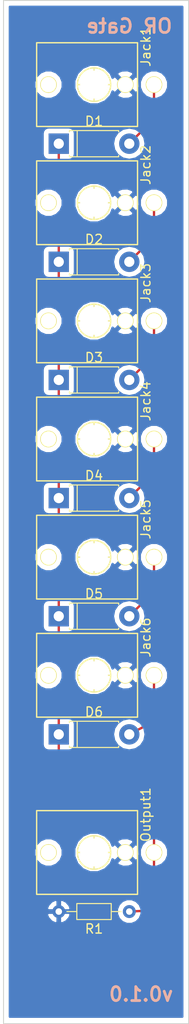
<source format=kicad_pcb>
(kicad_pcb (version 4) (host pcbnew 4.0.7)

  (general
    (links 20)
    (no_connects 0)
    (area 168.91 39.163599 189.341101 149.263601)
    (thickness 1.6)
    (drawings 6)
    (tracks 44)
    (zones 0)
    (modules 14)
    (nets 9)
  )

  (page A4)
  (layers
    (0 F.Cu signal)
    (31 B.Cu signal)
    (32 B.Adhes user)
    (33 F.Adhes user)
    (34 B.Paste user)
    (35 F.Paste user)
    (36 B.SilkS user)
    (37 F.SilkS user)
    (38 B.Mask user)
    (39 F.Mask user)
    (40 Dwgs.User user)
    (41 Cmts.User user)
    (42 Eco1.User user)
    (43 Eco2.User user)
    (44 Edge.Cuts user)
    (45 Margin user)
    (46 B.CrtYd user)
    (47 F.CrtYd user)
    (48 B.Fab user)
    (49 F.Fab user)
  )

  (setup
    (last_trace_width 0.25)
    (trace_clearance 0.2)
    (zone_clearance 0.508)
    (zone_45_only no)
    (trace_min 0.2)
    (segment_width 0.2)
    (edge_width 0.1)
    (via_size 0.6)
    (via_drill 0.4)
    (via_min_size 0.4)
    (via_min_drill 0.3)
    (uvia_size 0.3)
    (uvia_drill 0.1)
    (uvias_allowed no)
    (uvia_min_size 0.2)
    (uvia_min_drill 0.1)
    (pcb_text_width 0.3)
    (pcb_text_size 1.5 1.5)
    (mod_edge_width 0.15)
    (mod_text_size 1 1)
    (mod_text_width 0.15)
    (pad_size 1.5 1.5)
    (pad_drill 0.6)
    (pad_to_mask_clearance 0)
    (aux_axis_origin 0 0)
    (visible_elements FFFFFF7F)
    (pcbplotparams
      (layerselection 0x00030_80000001)
      (usegerberextensions false)
      (excludeedgelayer true)
      (linewidth 0.100000)
      (plotframeref false)
      (viasonmask false)
      (mode 1)
      (useauxorigin false)
      (hpglpennumber 1)
      (hpglpenspeed 20)
      (hpglpendiameter 15)
      (hpglpenoverlay 2)
      (psnegative false)
      (psa4output false)
      (plotreference true)
      (plotvalue true)
      (plotinvisibletext false)
      (padsonsilk false)
      (subtractmaskfromsilk false)
      (outputformat 1)
      (mirror false)
      (drillshape 1)
      (scaleselection 1)
      (outputdirectory ""))
  )

  (net 0 "")
  (net 1 GND)
  (net 2 "Net-(D1-Pad1)")
  (net 3 "Net-(D1-Pad2)")
  (net 4 "Net-(D2-Pad2)")
  (net 5 "Net-(D3-Pad2)")
  (net 6 "Net-(D4-Pad2)")
  (net 7 "Net-(D5-Pad2)")
  (net 8 "Net-(D6-Pad2)")

  (net_class Default "Dies ist die voreingestellte Netzklasse."
    (clearance 0.2)
    (trace_width 0.25)
    (via_dia 0.6)
    (via_drill 0.4)
    (uvia_dia 0.3)
    (uvia_drill 0.1)
    (add_net GND)
    (add_net "Net-(D1-Pad1)")
    (add_net "Net-(D1-Pad2)")
    (add_net "Net-(D2-Pad2)")
    (add_net "Net-(D3-Pad2)")
    (add_net "Net-(D4-Pad2)")
    (add_net "Net-(D5-Pad2)")
    (add_net "Net-(D6-Pad2)")
  )

  (module Eurocad:PJ301M-12 (layer F.Cu) (tedit 59BF00CC) (tstamp 59C16338)
    (at 179.07 48.26 90)
    (path /59BEDE4E)
    (fp_text reference Jack1 (at 4.064 5.588 90) (layer F.SilkS)
      (effects (font (size 1 1) (thickness 0.15)))
    )
    (fp_text value Audio-Jack-2_Switch (at 0 -7.112 90) (layer F.Fab)
      (effects (font (size 1 1) (thickness 0.15)))
    )
    (fp_line (start -1.8 0) (end 1.8 0) (layer F.SilkS) (width 0.15))
    (fp_line (start 0 -1.8) (end 0 1.8) (layer F.SilkS) (width 0.15))
    (fp_circle (center 0 0) (end 1.8 0) (layer F.SilkS) (width 0.15))
    (fp_line (start 4.5 -6.2) (end 4.5 4.7) (layer F.SilkS) (width 0.15))
    (fp_line (start -4.5 -6.2) (end -4.5 4.7) (layer F.SilkS) (width 0.15))
    (fp_line (start -4.5 4.7) (end 4.5 4.7) (layer F.SilkS) (width 0.15))
    (fp_line (start -4.5 -6.2) (end 4.5 -6.2) (layer F.SilkS) (width 0.15))
    (pad 2 thru_hole circle (at 0 3.38 90) (size 1.8 1.8) (drill 1.6) (layers *.Cu *.Mask F.SilkS)
      (net 1 GND))
    (pad 1 thru_hole circle (at 0 6.48 90) (size 1.8 1.8) (drill 1.6) (layers *.Cu *.Mask F.SilkS)
      (net 3 "Net-(D1-Pad2)"))
    (pad 3 thru_hole circle (at 0 -4.92 90) (size 1.8 1.8) (drill 1.6) (layers *.Cu *.Mask F.SilkS))
    (pad "" np_thru_hole circle (at 0 0 90) (size 3 3) (drill 3) (layers *.Cu *.Mask))
  )

  (module Eurocad:PJ301M-12 (layer F.Cu) (tedit 59BF00CC) (tstamp 59C16347)
    (at 179.07 60.96 90)
    (path /59C15CE7)
    (fp_text reference Jack2 (at 4.064 5.588 90) (layer F.SilkS)
      (effects (font (size 1 1) (thickness 0.15)))
    )
    (fp_text value Audio-Jack-2_Switch (at 0 -7.112 90) (layer F.Fab)
      (effects (font (size 1 1) (thickness 0.15)))
    )
    (fp_line (start -1.8 0) (end 1.8 0) (layer F.SilkS) (width 0.15))
    (fp_line (start 0 -1.8) (end 0 1.8) (layer F.SilkS) (width 0.15))
    (fp_circle (center 0 0) (end 1.8 0) (layer F.SilkS) (width 0.15))
    (fp_line (start 4.5 -6.2) (end 4.5 4.7) (layer F.SilkS) (width 0.15))
    (fp_line (start -4.5 -6.2) (end -4.5 4.7) (layer F.SilkS) (width 0.15))
    (fp_line (start -4.5 4.7) (end 4.5 4.7) (layer F.SilkS) (width 0.15))
    (fp_line (start -4.5 -6.2) (end 4.5 -6.2) (layer F.SilkS) (width 0.15))
    (pad 2 thru_hole circle (at 0 3.38 90) (size 1.8 1.8) (drill 1.6) (layers *.Cu *.Mask F.SilkS)
      (net 1 GND))
    (pad 1 thru_hole circle (at 0 6.48 90) (size 1.8 1.8) (drill 1.6) (layers *.Cu *.Mask F.SilkS)
      (net 4 "Net-(D2-Pad2)"))
    (pad 3 thru_hole circle (at 0 -4.92 90) (size 1.8 1.8) (drill 1.6) (layers *.Cu *.Mask F.SilkS))
    (pad "" np_thru_hole circle (at 0 0 90) (size 3 3) (drill 3) (layers *.Cu *.Mask))
  )

  (module Eurocad:PJ301M-12 (layer F.Cu) (tedit 59BF00CC) (tstamp 59C16356)
    (at 179.07 73.66 90)
    (path /59C15ECE)
    (fp_text reference Jack3 (at 4.064 5.588 90) (layer F.SilkS)
      (effects (font (size 1 1) (thickness 0.15)))
    )
    (fp_text value Audio-Jack-2_Switch (at 0 -7.112 90) (layer F.Fab)
      (effects (font (size 1 1) (thickness 0.15)))
    )
    (fp_line (start -1.8 0) (end 1.8 0) (layer F.SilkS) (width 0.15))
    (fp_line (start 0 -1.8) (end 0 1.8) (layer F.SilkS) (width 0.15))
    (fp_circle (center 0 0) (end 1.8 0) (layer F.SilkS) (width 0.15))
    (fp_line (start 4.5 -6.2) (end 4.5 4.7) (layer F.SilkS) (width 0.15))
    (fp_line (start -4.5 -6.2) (end -4.5 4.7) (layer F.SilkS) (width 0.15))
    (fp_line (start -4.5 4.7) (end 4.5 4.7) (layer F.SilkS) (width 0.15))
    (fp_line (start -4.5 -6.2) (end 4.5 -6.2) (layer F.SilkS) (width 0.15))
    (pad 2 thru_hole circle (at 0 3.38 90) (size 1.8 1.8) (drill 1.6) (layers *.Cu *.Mask F.SilkS)
      (net 1 GND))
    (pad 1 thru_hole circle (at 0 6.48 90) (size 1.8 1.8) (drill 1.6) (layers *.Cu *.Mask F.SilkS)
      (net 5 "Net-(D3-Pad2)"))
    (pad 3 thru_hole circle (at 0 -4.92 90) (size 1.8 1.8) (drill 1.6) (layers *.Cu *.Mask F.SilkS))
    (pad "" np_thru_hole circle (at 0 0 90) (size 3 3) (drill 3) (layers *.Cu *.Mask))
  )

  (module Eurocad:PJ301M-12 (layer F.Cu) (tedit 59BF00CC) (tstamp 59C16365)
    (at 179.07 86.36 90)
    (path /59C15D8B)
    (fp_text reference Jack4 (at 4.064 5.588 90) (layer F.SilkS)
      (effects (font (size 1 1) (thickness 0.15)))
    )
    (fp_text value Audio-Jack-2_Switch (at 0 -7.112 90) (layer F.Fab)
      (effects (font (size 1 1) (thickness 0.15)))
    )
    (fp_line (start -1.8 0) (end 1.8 0) (layer F.SilkS) (width 0.15))
    (fp_line (start 0 -1.8) (end 0 1.8) (layer F.SilkS) (width 0.15))
    (fp_circle (center 0 0) (end 1.8 0) (layer F.SilkS) (width 0.15))
    (fp_line (start 4.5 -6.2) (end 4.5 4.7) (layer F.SilkS) (width 0.15))
    (fp_line (start -4.5 -6.2) (end -4.5 4.7) (layer F.SilkS) (width 0.15))
    (fp_line (start -4.5 4.7) (end 4.5 4.7) (layer F.SilkS) (width 0.15))
    (fp_line (start -4.5 -6.2) (end 4.5 -6.2) (layer F.SilkS) (width 0.15))
    (pad 2 thru_hole circle (at 0 3.38 90) (size 1.8 1.8) (drill 1.6) (layers *.Cu *.Mask F.SilkS)
      (net 1 GND))
    (pad 1 thru_hole circle (at 0 6.48 90) (size 1.8 1.8) (drill 1.6) (layers *.Cu *.Mask F.SilkS)
      (net 6 "Net-(D4-Pad2)"))
    (pad 3 thru_hole circle (at 0 -4.92 90) (size 1.8 1.8) (drill 1.6) (layers *.Cu *.Mask F.SilkS))
    (pad "" np_thru_hole circle (at 0 0 90) (size 3 3) (drill 3) (layers *.Cu *.Mask))
  )

  (module Eurocad:PJ301M-12 (layer F.Cu) (tedit 59BF00CC) (tstamp 59C16374)
    (at 179.07 99.06 90)
    (path /59C15EF6)
    (fp_text reference Jack5 (at 4.064 5.588 90) (layer F.SilkS)
      (effects (font (size 1 1) (thickness 0.15)))
    )
    (fp_text value Audio-Jack-2_Switch (at 0 -7.112 90) (layer F.Fab)
      (effects (font (size 1 1) (thickness 0.15)))
    )
    (fp_line (start -1.8 0) (end 1.8 0) (layer F.SilkS) (width 0.15))
    (fp_line (start 0 -1.8) (end 0 1.8) (layer F.SilkS) (width 0.15))
    (fp_circle (center 0 0) (end 1.8 0) (layer F.SilkS) (width 0.15))
    (fp_line (start 4.5 -6.2) (end 4.5 4.7) (layer F.SilkS) (width 0.15))
    (fp_line (start -4.5 -6.2) (end -4.5 4.7) (layer F.SilkS) (width 0.15))
    (fp_line (start -4.5 4.7) (end 4.5 4.7) (layer F.SilkS) (width 0.15))
    (fp_line (start -4.5 -6.2) (end 4.5 -6.2) (layer F.SilkS) (width 0.15))
    (pad 2 thru_hole circle (at 0 3.38 90) (size 1.8 1.8) (drill 1.6) (layers *.Cu *.Mask F.SilkS)
      (net 1 GND))
    (pad 1 thru_hole circle (at 0 6.48 90) (size 1.8 1.8) (drill 1.6) (layers *.Cu *.Mask F.SilkS)
      (net 7 "Net-(D5-Pad2)"))
    (pad 3 thru_hole circle (at 0 -4.92 90) (size 1.8 1.8) (drill 1.6) (layers *.Cu *.Mask F.SilkS))
    (pad "" np_thru_hole circle (at 0 0 90) (size 3 3) (drill 3) (layers *.Cu *.Mask))
  )

  (module Eurocad:PJ301M-12 (layer F.Cu) (tedit 59BF00CC) (tstamp 59C17787)
    (at 179.07 111.76 90)
    (path /59C174B3)
    (fp_text reference Jack6 (at 4.064 5.588 90) (layer F.SilkS)
      (effects (font (size 1 1) (thickness 0.15)))
    )
    (fp_text value Audio-Jack-2_Switch (at 0 -7.112 90) (layer F.Fab)
      (effects (font (size 1 1) (thickness 0.15)))
    )
    (fp_line (start -1.8 0) (end 1.8 0) (layer F.SilkS) (width 0.15))
    (fp_line (start 0 -1.8) (end 0 1.8) (layer F.SilkS) (width 0.15))
    (fp_circle (center 0 0) (end 1.8 0) (layer F.SilkS) (width 0.15))
    (fp_line (start 4.5 -6.2) (end 4.5 4.7) (layer F.SilkS) (width 0.15))
    (fp_line (start -4.5 -6.2) (end -4.5 4.7) (layer F.SilkS) (width 0.15))
    (fp_line (start -4.5 4.7) (end 4.5 4.7) (layer F.SilkS) (width 0.15))
    (fp_line (start -4.5 -6.2) (end 4.5 -6.2) (layer F.SilkS) (width 0.15))
    (pad 2 thru_hole circle (at 0 3.38 90) (size 1.8 1.8) (drill 1.6) (layers *.Cu *.Mask F.SilkS)
      (net 1 GND))
    (pad 1 thru_hole circle (at 0 6.48 90) (size 1.8 1.8) (drill 1.6) (layers *.Cu *.Mask F.SilkS)
      (net 8 "Net-(D6-Pad2)"))
    (pad 3 thru_hole circle (at 0 -4.92 90) (size 1.8 1.8) (drill 1.6) (layers *.Cu *.Mask F.SilkS))
    (pad "" np_thru_hole circle (at 0 0 90) (size 3 3) (drill 3) (layers *.Cu *.Mask))
  )

  (module Resistors_THT:R_Axial_DIN0204_L3.6mm_D1.6mm_P7.62mm_Horizontal (layer F.Cu) (tedit 5874F706) (tstamp 59C17B28)
    (at 182.88 137.16 180)
    (descr "Resistor, Axial_DIN0204 series, Axial, Horizontal, pin pitch=7.62mm, 0.16666666666666666W = 1/6W, length*diameter=3.6*1.6mm^2, http://cdn-reichelt.de/documents/datenblatt/B400/1_4W%23YAG.pdf")
    (tags "Resistor Axial_DIN0204 series Axial Horizontal pin pitch 7.62mm 0.16666666666666666W = 1/6W length 3.6mm diameter 1.6mm")
    (path /59C1776E)
    (fp_text reference R1 (at 3.81 -1.86 180) (layer F.SilkS)
      (effects (font (size 1 1) (thickness 0.15)))
    )
    (fp_text value 10k (at 3.81 1.86 180) (layer F.Fab)
      (effects (font (size 1 1) (thickness 0.15)))
    )
    (fp_line (start 2.01 -0.8) (end 2.01 0.8) (layer F.Fab) (width 0.1))
    (fp_line (start 2.01 0.8) (end 5.61 0.8) (layer F.Fab) (width 0.1))
    (fp_line (start 5.61 0.8) (end 5.61 -0.8) (layer F.Fab) (width 0.1))
    (fp_line (start 5.61 -0.8) (end 2.01 -0.8) (layer F.Fab) (width 0.1))
    (fp_line (start 0 0) (end 2.01 0) (layer F.Fab) (width 0.1))
    (fp_line (start 7.62 0) (end 5.61 0) (layer F.Fab) (width 0.1))
    (fp_line (start 1.95 -0.86) (end 1.95 0.86) (layer F.SilkS) (width 0.12))
    (fp_line (start 1.95 0.86) (end 5.67 0.86) (layer F.SilkS) (width 0.12))
    (fp_line (start 5.67 0.86) (end 5.67 -0.86) (layer F.SilkS) (width 0.12))
    (fp_line (start 5.67 -0.86) (end 1.95 -0.86) (layer F.SilkS) (width 0.12))
    (fp_line (start 0.88 0) (end 1.95 0) (layer F.SilkS) (width 0.12))
    (fp_line (start 6.74 0) (end 5.67 0) (layer F.SilkS) (width 0.12))
    (fp_line (start -0.95 -1.15) (end -0.95 1.15) (layer F.CrtYd) (width 0.05))
    (fp_line (start -0.95 1.15) (end 8.6 1.15) (layer F.CrtYd) (width 0.05))
    (fp_line (start 8.6 1.15) (end 8.6 -1.15) (layer F.CrtYd) (width 0.05))
    (fp_line (start 8.6 -1.15) (end -0.95 -1.15) (layer F.CrtYd) (width 0.05))
    (pad 1 thru_hole circle (at 0 0 180) (size 1.4 1.4) (drill 0.7) (layers *.Cu *.Mask)
      (net 2 "Net-(D1-Pad1)"))
    (pad 2 thru_hole oval (at 7.62 0 180) (size 1.4 1.4) (drill 0.7) (layers *.Cu *.Mask)
      (net 1 GND))
    (model ${KISYS3DMOD}/Resistors_THT.3dshapes/R_Axial_DIN0204_L3.6mm_D1.6mm_P7.62mm_Horizontal.wrl
      (at (xyz 0 0 0))
      (scale (xyz 0.393701 0.393701 0.393701))
      (rotate (xyz 0 0 0))
    )
  )

  (module Eurocad:PJ301M-12 (layer F.Cu) (tedit 59BF00CC) (tstamp 59C2A952)
    (at 179.07 130.81 90)
    (path /59C17451)
    (fp_text reference Output1 (at 4.064 5.588 90) (layer F.SilkS)
      (effects (font (size 1 1) (thickness 0.15)))
    )
    (fp_text value Audio-Jack-2_Switch (at 0 -7.112 90) (layer F.Fab)
      (effects (font (size 1 1) (thickness 0.15)))
    )
    (fp_line (start -1.8 0) (end 1.8 0) (layer F.SilkS) (width 0.15))
    (fp_line (start 0 -1.8) (end 0 1.8) (layer F.SilkS) (width 0.15))
    (fp_circle (center 0 0) (end 1.8 0) (layer F.SilkS) (width 0.15))
    (fp_line (start 4.5 -6.2) (end 4.5 4.7) (layer F.SilkS) (width 0.15))
    (fp_line (start -4.5 -6.2) (end -4.5 4.7) (layer F.SilkS) (width 0.15))
    (fp_line (start -4.5 4.7) (end 4.5 4.7) (layer F.SilkS) (width 0.15))
    (fp_line (start -4.5 -6.2) (end 4.5 -6.2) (layer F.SilkS) (width 0.15))
    (pad 2 thru_hole circle (at 0 3.38 90) (size 1.8 1.8) (drill 1.6) (layers *.Cu *.Mask F.SilkS)
      (net 1 GND))
    (pad 1 thru_hole circle (at 0 6.48 90) (size 1.8 1.8) (drill 1.6) (layers *.Cu *.Mask F.SilkS)
      (net 2 "Net-(D1-Pad1)"))
    (pad 3 thru_hole circle (at 0 -4.92 90) (size 1.8 1.8) (drill 1.6) (layers *.Cu *.Mask F.SilkS))
    (pad "" np_thru_hole circle (at 0 0 90) (size 3 3) (drill 3) (layers *.Cu *.Mask))
  )

  (module Diodes_THT:D_DO-41_SOD81_P7.62mm_Horizontal (layer F.Cu) (tedit 5921392F) (tstamp 59C2AA45)
    (at 175.26 80.01)
    (descr "D, DO-41_SOD81 series, Axial, Horizontal, pin pitch=7.62mm, , length*diameter=5.2*2.7mm^2, , http://www.diodes.com/_files/packages/DO-41%20(Plastic).pdf")
    (tags "D DO-41_SOD81 series Axial Horizontal pin pitch 7.62mm  length 5.2mm diameter 2.7mm")
    (path /59C17629)
    (fp_text reference D3 (at 3.81 -2.41) (layer F.SilkS)
      (effects (font (size 1 1) (thickness 0.15)))
    )
    (fp_text value 1N4001 (at 3.81 2.41) (layer F.Fab)
      (effects (font (size 1 1) (thickness 0.15)))
    )
    (fp_text user %R (at 3.81 0) (layer F.Fab)
      (effects (font (size 1 1) (thickness 0.15)))
    )
    (fp_line (start 1.21 -1.35) (end 1.21 1.35) (layer F.Fab) (width 0.1))
    (fp_line (start 1.21 1.35) (end 6.41 1.35) (layer F.Fab) (width 0.1))
    (fp_line (start 6.41 1.35) (end 6.41 -1.35) (layer F.Fab) (width 0.1))
    (fp_line (start 6.41 -1.35) (end 1.21 -1.35) (layer F.Fab) (width 0.1))
    (fp_line (start 0 0) (end 1.21 0) (layer F.Fab) (width 0.1))
    (fp_line (start 7.62 0) (end 6.41 0) (layer F.Fab) (width 0.1))
    (fp_line (start 1.99 -1.35) (end 1.99 1.35) (layer F.Fab) (width 0.1))
    (fp_line (start 1.15 -1.28) (end 1.15 -1.41) (layer F.SilkS) (width 0.12))
    (fp_line (start 1.15 -1.41) (end 6.47 -1.41) (layer F.SilkS) (width 0.12))
    (fp_line (start 6.47 -1.41) (end 6.47 -1.28) (layer F.SilkS) (width 0.12))
    (fp_line (start 1.15 1.28) (end 1.15 1.41) (layer F.SilkS) (width 0.12))
    (fp_line (start 1.15 1.41) (end 6.47 1.41) (layer F.SilkS) (width 0.12))
    (fp_line (start 6.47 1.41) (end 6.47 1.28) (layer F.SilkS) (width 0.12))
    (fp_line (start 1.99 -1.41) (end 1.99 1.41) (layer F.SilkS) (width 0.12))
    (fp_line (start -1.35 -1.7) (end -1.35 1.7) (layer F.CrtYd) (width 0.05))
    (fp_line (start -1.35 1.7) (end 9 1.7) (layer F.CrtYd) (width 0.05))
    (fp_line (start 9 1.7) (end 9 -1.7) (layer F.CrtYd) (width 0.05))
    (fp_line (start 9 -1.7) (end -1.35 -1.7) (layer F.CrtYd) (width 0.05))
    (pad 1 thru_hole rect (at 0 0) (size 2.2 2.2) (drill 1.1) (layers *.Cu *.Mask)
      (net 2 "Net-(D1-Pad1)"))
    (pad 2 thru_hole oval (at 7.62 0) (size 2.2 2.2) (drill 1.1) (layers *.Cu *.Mask)
      (net 5 "Net-(D3-Pad2)"))
    (model ${KISYS3DMOD}/Diodes_THT.3dshapes/D_DO-41_SOD81_P7.62mm_Horizontal.wrl
      (at (xyz 0 0 0))
      (scale (xyz 0.393701 0.393701 0.393701))
      (rotate (xyz 0 0 0))
    )
  )

  (module Diodes_THT:D_DO-41_SOD81_P7.62mm_Horizontal (layer F.Cu) (tedit 5921392F) (tstamp 59C2AA56)
    (at 175.26 92.71)
    (descr "D, DO-41_SOD81 series, Axial, Horizontal, pin pitch=7.62mm, , length*diameter=5.2*2.7mm^2, , http://www.diodes.com/_files/packages/DO-41%20(Plastic).pdf")
    (tags "D DO-41_SOD81 series Axial Horizontal pin pitch 7.62mm  length 5.2mm diameter 2.7mm")
    (path /59C1766D)
    (fp_text reference D4 (at 3.81 -2.41) (layer F.SilkS)
      (effects (font (size 1 1) (thickness 0.15)))
    )
    (fp_text value 1N4001 (at 3.81 2.41) (layer F.Fab)
      (effects (font (size 1 1) (thickness 0.15)))
    )
    (fp_text user %R (at 3.81 0) (layer F.Fab)
      (effects (font (size 1 1) (thickness 0.15)))
    )
    (fp_line (start 1.21 -1.35) (end 1.21 1.35) (layer F.Fab) (width 0.1))
    (fp_line (start 1.21 1.35) (end 6.41 1.35) (layer F.Fab) (width 0.1))
    (fp_line (start 6.41 1.35) (end 6.41 -1.35) (layer F.Fab) (width 0.1))
    (fp_line (start 6.41 -1.35) (end 1.21 -1.35) (layer F.Fab) (width 0.1))
    (fp_line (start 0 0) (end 1.21 0) (layer F.Fab) (width 0.1))
    (fp_line (start 7.62 0) (end 6.41 0) (layer F.Fab) (width 0.1))
    (fp_line (start 1.99 -1.35) (end 1.99 1.35) (layer F.Fab) (width 0.1))
    (fp_line (start 1.15 -1.28) (end 1.15 -1.41) (layer F.SilkS) (width 0.12))
    (fp_line (start 1.15 -1.41) (end 6.47 -1.41) (layer F.SilkS) (width 0.12))
    (fp_line (start 6.47 -1.41) (end 6.47 -1.28) (layer F.SilkS) (width 0.12))
    (fp_line (start 1.15 1.28) (end 1.15 1.41) (layer F.SilkS) (width 0.12))
    (fp_line (start 1.15 1.41) (end 6.47 1.41) (layer F.SilkS) (width 0.12))
    (fp_line (start 6.47 1.41) (end 6.47 1.28) (layer F.SilkS) (width 0.12))
    (fp_line (start 1.99 -1.41) (end 1.99 1.41) (layer F.SilkS) (width 0.12))
    (fp_line (start -1.35 -1.7) (end -1.35 1.7) (layer F.CrtYd) (width 0.05))
    (fp_line (start -1.35 1.7) (end 9 1.7) (layer F.CrtYd) (width 0.05))
    (fp_line (start 9 1.7) (end 9 -1.7) (layer F.CrtYd) (width 0.05))
    (fp_line (start 9 -1.7) (end -1.35 -1.7) (layer F.CrtYd) (width 0.05))
    (pad 1 thru_hole rect (at 0 0) (size 2.2 2.2) (drill 1.1) (layers *.Cu *.Mask)
      (net 2 "Net-(D1-Pad1)"))
    (pad 2 thru_hole oval (at 7.62 0) (size 2.2 2.2) (drill 1.1) (layers *.Cu *.Mask)
      (net 6 "Net-(D4-Pad2)"))
    (model ${KISYS3DMOD}/Diodes_THT.3dshapes/D_DO-41_SOD81_P7.62mm_Horizontal.wrl
      (at (xyz 0 0 0))
      (scale (xyz 0.393701 0.393701 0.393701))
      (rotate (xyz 0 0 0))
    )
  )

  (module Diodes_THT:D_DO-41_SOD81_P7.62mm_Horizontal (layer F.Cu) (tedit 5921392F) (tstamp 59C2AA67)
    (at 175.26 105.41)
    (descr "D, DO-41_SOD81 series, Axial, Horizontal, pin pitch=7.62mm, , length*diameter=5.2*2.7mm^2, , http://www.diodes.com/_files/packages/DO-41%20(Plastic).pdf")
    (tags "D DO-41_SOD81 series Axial Horizontal pin pitch 7.62mm  length 5.2mm diameter 2.7mm")
    (path /59C176BA)
    (fp_text reference D5 (at 3.81 -2.41) (layer F.SilkS)
      (effects (font (size 1 1) (thickness 0.15)))
    )
    (fp_text value 1N4001 (at 3.81 2.41) (layer F.Fab)
      (effects (font (size 1 1) (thickness 0.15)))
    )
    (fp_text user %R (at 3.81 0) (layer F.Fab)
      (effects (font (size 1 1) (thickness 0.15)))
    )
    (fp_line (start 1.21 -1.35) (end 1.21 1.35) (layer F.Fab) (width 0.1))
    (fp_line (start 1.21 1.35) (end 6.41 1.35) (layer F.Fab) (width 0.1))
    (fp_line (start 6.41 1.35) (end 6.41 -1.35) (layer F.Fab) (width 0.1))
    (fp_line (start 6.41 -1.35) (end 1.21 -1.35) (layer F.Fab) (width 0.1))
    (fp_line (start 0 0) (end 1.21 0) (layer F.Fab) (width 0.1))
    (fp_line (start 7.62 0) (end 6.41 0) (layer F.Fab) (width 0.1))
    (fp_line (start 1.99 -1.35) (end 1.99 1.35) (layer F.Fab) (width 0.1))
    (fp_line (start 1.15 -1.28) (end 1.15 -1.41) (layer F.SilkS) (width 0.12))
    (fp_line (start 1.15 -1.41) (end 6.47 -1.41) (layer F.SilkS) (width 0.12))
    (fp_line (start 6.47 -1.41) (end 6.47 -1.28) (layer F.SilkS) (width 0.12))
    (fp_line (start 1.15 1.28) (end 1.15 1.41) (layer F.SilkS) (width 0.12))
    (fp_line (start 1.15 1.41) (end 6.47 1.41) (layer F.SilkS) (width 0.12))
    (fp_line (start 6.47 1.41) (end 6.47 1.28) (layer F.SilkS) (width 0.12))
    (fp_line (start 1.99 -1.41) (end 1.99 1.41) (layer F.SilkS) (width 0.12))
    (fp_line (start -1.35 -1.7) (end -1.35 1.7) (layer F.CrtYd) (width 0.05))
    (fp_line (start -1.35 1.7) (end 9 1.7) (layer F.CrtYd) (width 0.05))
    (fp_line (start 9 1.7) (end 9 -1.7) (layer F.CrtYd) (width 0.05))
    (fp_line (start 9 -1.7) (end -1.35 -1.7) (layer F.CrtYd) (width 0.05))
    (pad 1 thru_hole rect (at 0 0) (size 2.2 2.2) (drill 1.1) (layers *.Cu *.Mask)
      (net 2 "Net-(D1-Pad1)"))
    (pad 2 thru_hole oval (at 7.62 0) (size 2.2 2.2) (drill 1.1) (layers *.Cu *.Mask)
      (net 7 "Net-(D5-Pad2)"))
    (model ${KISYS3DMOD}/Diodes_THT.3dshapes/D_DO-41_SOD81_P7.62mm_Horizontal.wrl
      (at (xyz 0 0 0))
      (scale (xyz 0.393701 0.393701 0.393701))
      (rotate (xyz 0 0 0))
    )
  )

  (module Diodes_THT:D_DO-41_SOD81_P7.62mm_Horizontal (layer F.Cu) (tedit 5921392F) (tstamp 59C2AA78)
    (at 175.26 118.11)
    (descr "D, DO-41_SOD81 series, Axial, Horizontal, pin pitch=7.62mm, , length*diameter=5.2*2.7mm^2, , http://www.diodes.com/_files/packages/DO-41%20(Plastic).pdf")
    (tags "D DO-41_SOD81 series Axial Horizontal pin pitch 7.62mm  length 5.2mm diameter 2.7mm")
    (path /59C17705)
    (fp_text reference D6 (at 3.81 -2.41) (layer F.SilkS)
      (effects (font (size 1 1) (thickness 0.15)))
    )
    (fp_text value 1N4001 (at 3.81 2.41) (layer F.Fab)
      (effects (font (size 1 1) (thickness 0.15)))
    )
    (fp_text user %R (at 3.81 0) (layer F.Fab)
      (effects (font (size 1 1) (thickness 0.15)))
    )
    (fp_line (start 1.21 -1.35) (end 1.21 1.35) (layer F.Fab) (width 0.1))
    (fp_line (start 1.21 1.35) (end 6.41 1.35) (layer F.Fab) (width 0.1))
    (fp_line (start 6.41 1.35) (end 6.41 -1.35) (layer F.Fab) (width 0.1))
    (fp_line (start 6.41 -1.35) (end 1.21 -1.35) (layer F.Fab) (width 0.1))
    (fp_line (start 0 0) (end 1.21 0) (layer F.Fab) (width 0.1))
    (fp_line (start 7.62 0) (end 6.41 0) (layer F.Fab) (width 0.1))
    (fp_line (start 1.99 -1.35) (end 1.99 1.35) (layer F.Fab) (width 0.1))
    (fp_line (start 1.15 -1.28) (end 1.15 -1.41) (layer F.SilkS) (width 0.12))
    (fp_line (start 1.15 -1.41) (end 6.47 -1.41) (layer F.SilkS) (width 0.12))
    (fp_line (start 6.47 -1.41) (end 6.47 -1.28) (layer F.SilkS) (width 0.12))
    (fp_line (start 1.15 1.28) (end 1.15 1.41) (layer F.SilkS) (width 0.12))
    (fp_line (start 1.15 1.41) (end 6.47 1.41) (layer F.SilkS) (width 0.12))
    (fp_line (start 6.47 1.41) (end 6.47 1.28) (layer F.SilkS) (width 0.12))
    (fp_line (start 1.99 -1.41) (end 1.99 1.41) (layer F.SilkS) (width 0.12))
    (fp_line (start -1.35 -1.7) (end -1.35 1.7) (layer F.CrtYd) (width 0.05))
    (fp_line (start -1.35 1.7) (end 9 1.7) (layer F.CrtYd) (width 0.05))
    (fp_line (start 9 1.7) (end 9 -1.7) (layer F.CrtYd) (width 0.05))
    (fp_line (start 9 -1.7) (end -1.35 -1.7) (layer F.CrtYd) (width 0.05))
    (pad 1 thru_hole rect (at 0 0) (size 2.2 2.2) (drill 1.1) (layers *.Cu *.Mask)
      (net 2 "Net-(D1-Pad1)"))
    (pad 2 thru_hole oval (at 7.62 0) (size 2.2 2.2) (drill 1.1) (layers *.Cu *.Mask)
      (net 8 "Net-(D6-Pad2)"))
    (model ${KISYS3DMOD}/Diodes_THT.3dshapes/D_DO-41_SOD81_P7.62mm_Horizontal.wrl
      (at (xyz 0 0 0))
      (scale (xyz 0.393701 0.393701 0.393701))
      (rotate (xyz 0 0 0))
    )
  )

  (module Diodes_THT:D_DO-41_SOD81_P7.62mm_Horizontal (layer F.Cu) (tedit 5921392F) (tstamp 59C2AA2D)
    (at 175.26 67.31)
    (descr "D, DO-41_SOD81 series, Axial, Horizontal, pin pitch=7.62mm, , length*diameter=5.2*2.7mm^2, , http://www.diodes.com/_files/packages/DO-41%20(Plastic).pdf")
    (tags "D DO-41_SOD81 series Axial Horizontal pin pitch 7.62mm  length 5.2mm diameter 2.7mm")
    (path /59C175EB)
    (fp_text reference D2 (at 3.81 -2.41) (layer F.SilkS)
      (effects (font (size 1 1) (thickness 0.15)))
    )
    (fp_text value 1N4001 (at 3.81 2.41) (layer F.Fab)
      (effects (font (size 1 1) (thickness 0.15)))
    )
    (fp_text user %R (at 3.81 0) (layer F.Fab)
      (effects (font (size 1 1) (thickness 0.15)))
    )
    (fp_line (start 1.21 -1.35) (end 1.21 1.35) (layer F.Fab) (width 0.1))
    (fp_line (start 1.21 1.35) (end 6.41 1.35) (layer F.Fab) (width 0.1))
    (fp_line (start 6.41 1.35) (end 6.41 -1.35) (layer F.Fab) (width 0.1))
    (fp_line (start 6.41 -1.35) (end 1.21 -1.35) (layer F.Fab) (width 0.1))
    (fp_line (start 0 0) (end 1.21 0) (layer F.Fab) (width 0.1))
    (fp_line (start 7.62 0) (end 6.41 0) (layer F.Fab) (width 0.1))
    (fp_line (start 1.99 -1.35) (end 1.99 1.35) (layer F.Fab) (width 0.1))
    (fp_line (start 1.15 -1.28) (end 1.15 -1.41) (layer F.SilkS) (width 0.12))
    (fp_line (start 1.15 -1.41) (end 6.47 -1.41) (layer F.SilkS) (width 0.12))
    (fp_line (start 6.47 -1.41) (end 6.47 -1.28) (layer F.SilkS) (width 0.12))
    (fp_line (start 1.15 1.28) (end 1.15 1.41) (layer F.SilkS) (width 0.12))
    (fp_line (start 1.15 1.41) (end 6.47 1.41) (layer F.SilkS) (width 0.12))
    (fp_line (start 6.47 1.41) (end 6.47 1.28) (layer F.SilkS) (width 0.12))
    (fp_line (start 1.99 -1.41) (end 1.99 1.41) (layer F.SilkS) (width 0.12))
    (fp_line (start -1.35 -1.7) (end -1.35 1.7) (layer F.CrtYd) (width 0.05))
    (fp_line (start -1.35 1.7) (end 9 1.7) (layer F.CrtYd) (width 0.05))
    (fp_line (start 9 1.7) (end 9 -1.7) (layer F.CrtYd) (width 0.05))
    (fp_line (start 9 -1.7) (end -1.35 -1.7) (layer F.CrtYd) (width 0.05))
    (pad 1 thru_hole rect (at 0 0) (size 2.2 2.2) (drill 1.1) (layers *.Cu *.Mask)
      (net 2 "Net-(D1-Pad1)"))
    (pad 2 thru_hole oval (at 7.62 0) (size 2.2 2.2) (drill 1.1) (layers *.Cu *.Mask)
      (net 4 "Net-(D2-Pad2)"))
    (model ${KISYS3DMOD}/Diodes_THT.3dshapes/D_DO-41_SOD81_P7.62mm_Horizontal.wrl
      (at (xyz 0 0 0))
      (scale (xyz 0.393701 0.393701 0.393701))
      (rotate (xyz 0 0 0))
    )
  )

  (module Diodes_THT:D_DO-41_SOD81_P7.62mm_Horizontal (layer F.Cu) (tedit 5921392F) (tstamp 59C2AA15)
    (at 175.26 54.61)
    (descr "D, DO-41_SOD81 series, Axial, Horizontal, pin pitch=7.62mm, , length*diameter=5.2*2.7mm^2, , http://www.diodes.com/_files/packages/DO-41%20(Plastic).pdf")
    (tags "D DO-41_SOD81 series Axial Horizontal pin pitch 7.62mm  length 5.2mm diameter 2.7mm")
    (path /59C17594)
    (fp_text reference D1 (at 3.81 -2.41) (layer F.SilkS)
      (effects (font (size 1 1) (thickness 0.15)))
    )
    (fp_text value 1N4001 (at 3.81 2.41) (layer F.Fab)
      (effects (font (size 1 1) (thickness 0.15)))
    )
    (fp_text user %R (at 3.81 0) (layer F.Fab)
      (effects (font (size 1 1) (thickness 0.15)))
    )
    (fp_line (start 1.21 -1.35) (end 1.21 1.35) (layer F.Fab) (width 0.1))
    (fp_line (start 1.21 1.35) (end 6.41 1.35) (layer F.Fab) (width 0.1))
    (fp_line (start 6.41 1.35) (end 6.41 -1.35) (layer F.Fab) (width 0.1))
    (fp_line (start 6.41 -1.35) (end 1.21 -1.35) (layer F.Fab) (width 0.1))
    (fp_line (start 0 0) (end 1.21 0) (layer F.Fab) (width 0.1))
    (fp_line (start 7.62 0) (end 6.41 0) (layer F.Fab) (width 0.1))
    (fp_line (start 1.99 -1.35) (end 1.99 1.35) (layer F.Fab) (width 0.1))
    (fp_line (start 1.15 -1.28) (end 1.15 -1.41) (layer F.SilkS) (width 0.12))
    (fp_line (start 1.15 -1.41) (end 6.47 -1.41) (layer F.SilkS) (width 0.12))
    (fp_line (start 6.47 -1.41) (end 6.47 -1.28) (layer F.SilkS) (width 0.12))
    (fp_line (start 1.15 1.28) (end 1.15 1.41) (layer F.SilkS) (width 0.12))
    (fp_line (start 1.15 1.41) (end 6.47 1.41) (layer F.SilkS) (width 0.12))
    (fp_line (start 6.47 1.41) (end 6.47 1.28) (layer F.SilkS) (width 0.12))
    (fp_line (start 1.99 -1.41) (end 1.99 1.41) (layer F.SilkS) (width 0.12))
    (fp_line (start -1.35 -1.7) (end -1.35 1.7) (layer F.CrtYd) (width 0.05))
    (fp_line (start -1.35 1.7) (end 9 1.7) (layer F.CrtYd) (width 0.05))
    (fp_line (start 9 1.7) (end 9 -1.7) (layer F.CrtYd) (width 0.05))
    (fp_line (start 9 -1.7) (end -1.35 -1.7) (layer F.CrtYd) (width 0.05))
    (pad 1 thru_hole rect (at 0 0) (size 2.2 2.2) (drill 1.1) (layers *.Cu *.Mask)
      (net 2 "Net-(D1-Pad1)"))
    (pad 2 thru_hole oval (at 7.62 0) (size 2.2 2.2) (drill 1.1) (layers *.Cu *.Mask)
      (net 3 "Net-(D1-Pad2)"))
    (model ${KISYS3DMOD}/Diodes_THT.3dshapes/D_DO-41_SOD81_P7.62mm_Horizontal.wrl
      (at (xyz 0 0 0))
      (scale (xyz 0.393701 0.393701 0.393701))
      (rotate (xyz 0 0 0))
    )
  )

  (gr_text v0.1.0 (at 184.15 146.05) (layer B.SilkS)
    (effects (font (size 1.5 1.5) (thickness 0.3)) (justify mirror))
  )
  (gr_text "OR Gate\n\n" (at 182.88 43.18) (layer B.SilkS)
    (effects (font (size 1.5 1.5) (thickness 0.3)) (justify mirror))
  )
  (gr_line (start 169.2911 149.2136) (end 169.2911 39.2136) (layer Edge.Cuts) (width 0.1))
  (gr_line (start 189.2911 149.2136) (end 169.2911 149.2136) (layer Edge.Cuts) (width 0.1))
  (gr_line (start 189.2911 39.2136) (end 189.2911 149.2136) (layer Edge.Cuts) (width 0.1))
  (gr_line (start 169.2911 39.2136) (end 189.2911 39.2136) (layer Edge.Cuts) (width 0.1))

  (segment (start 185.55 130.81) (end 185.55 137.03) (width 0.25) (layer F.Cu) (net 2) (status 10))
  (segment (start 185.55 137.03) (end 182.88 137.16) (width 0.25) (layer F.Cu) (net 2) (tstamp 59C2AEBD) (status 20))
  (segment (start 175.26 118.11) (end 175.26 123.19) (width 0.25) (layer F.Cu) (net 2) (status 10))
  (segment (start 185.55 125.86) (end 185.55 130.81) (width 0.25) (layer F.Cu) (net 2) (tstamp 59C2AEA4) (status 20))
  (segment (start 184.15 124.46) (end 185.55 125.86) (width 0.25) (layer F.Cu) (net 2) (tstamp 59C2AEA2))
  (segment (start 176.53 124.46) (end 184.15 124.46) (width 0.25) (layer F.Cu) (net 2) (tstamp 59C2AE9F))
  (segment (start 175.26 123.19) (end 176.53 124.46) (width 0.25) (layer F.Cu) (net 2) (tstamp 59C2AE91))
  (segment (start 175.26 105.41) (end 175.26 110.49) (width 0.25) (layer F.Cu) (net 2))
  (segment (start 175.26 115.57) (end 175.26 118.11) (width 0.25) (layer F.Cu) (net 2) (tstamp 59C2AE8C) (status 20))
  (segment (start 176.53 114.3) (end 175.26 115.57) (width 0.25) (layer F.Cu) (net 2) (tstamp 59C2AE8A))
  (segment (start 176.53 111.76) (end 176.53 114.3) (width 0.25) (layer F.Cu) (net 2) (tstamp 59C2AE88))
  (segment (start 175.26 110.49) (end 176.53 111.76) (width 0.25) (layer F.Cu) (net 2) (tstamp 59C2AE84))
  (segment (start 175.26 92.71) (end 175.26 96.52) (width 0.25) (layer F.Cu) (net 2))
  (segment (start 175.26 101.6) (end 175.26 105.41) (width 0.25) (layer F.Cu) (net 2) (tstamp 59C2AE7F))
  (segment (start 176.53 100.33) (end 175.26 101.6) (width 0.25) (layer F.Cu) (net 2) (tstamp 59C2AE7D))
  (segment (start 176.53 97.79) (end 176.53 100.33) (width 0.25) (layer F.Cu) (net 2) (tstamp 59C2AE7B))
  (segment (start 175.26 96.52) (end 176.53 97.79) (width 0.25) (layer F.Cu) (net 2) (tstamp 59C2AE74))
  (segment (start 175.26 80.01) (end 175.26 83.82) (width 0.25) (layer F.Cu) (net 2))
  (segment (start 175.26 88.9) (end 175.26 92.71) (width 0.25) (layer F.Cu) (net 2) (tstamp 59C2AE6D))
  (segment (start 176.53 87.63) (end 175.26 88.9) (width 0.25) (layer F.Cu) (net 2) (tstamp 59C2AE6B))
  (segment (start 176.53 85.09) (end 176.53 87.63) (width 0.25) (layer F.Cu) (net 2) (tstamp 59C2AE69))
  (segment (start 175.26 83.82) (end 176.53 85.09) (width 0.25) (layer F.Cu) (net 2) (tstamp 59C2AE65))
  (segment (start 175.26 67.31) (end 175.26 71.12) (width 0.25) (layer F.Cu) (net 2))
  (segment (start 175.26 76.2) (end 175.26 80.01) (width 0.25) (layer F.Cu) (net 2) (tstamp 59C2AE5A))
  (segment (start 176.53 74.93) (end 175.26 76.2) (width 0.25) (layer F.Cu) (net 2) (tstamp 59C2AE58))
  (segment (start 176.53 72.39) (end 176.53 74.93) (width 0.25) (layer F.Cu) (net 2) (tstamp 59C2AE56))
  (segment (start 175.26 71.12) (end 176.53 72.39) (width 0.25) (layer F.Cu) (net 2) (tstamp 59C2AE52))
  (segment (start 175.26 54.61) (end 175.26 58.42) (width 0.25) (layer F.Cu) (net 2))
  (segment (start 175.26 63.5) (end 175.26 67.31) (width 0.25) (layer F.Cu) (net 2) (tstamp 59C2AE42))
  (segment (start 176.53 62.23) (end 175.26 63.5) (width 0.25) (layer F.Cu) (net 2) (tstamp 59C2AE40))
  (segment (start 176.53 59.69) (end 176.53 62.23) (width 0.25) (layer F.Cu) (net 2) (tstamp 59C2AE39))
  (segment (start 175.26 58.42) (end 176.53 59.69) (width 0.25) (layer F.Cu) (net 2) (tstamp 59C2AE35))
  (segment (start 185.55 48.26) (end 185.55 51.94) (width 0.25) (layer F.Cu) (net 3))
  (segment (start 185.55 51.94) (end 182.88 54.61) (width 0.25) (layer F.Cu) (net 3) (tstamp 59C2AD41))
  (segment (start 185.55 60.96) (end 185.55 64.64) (width 0.25) (layer F.Cu) (net 4))
  (segment (start 185.55 64.64) (end 182.88 67.31) (width 0.25) (layer F.Cu) (net 4) (tstamp 59C2AD46))
  (segment (start 185.55 73.66) (end 185.55 77.34) (width 0.25) (layer F.Cu) (net 5))
  (segment (start 185.55 77.34) (end 182.88 80.01) (width 0.25) (layer F.Cu) (net 5) (tstamp 59C2AD4B))
  (segment (start 185.55 86.36) (end 185.55 90.04) (width 0.25) (layer F.Cu) (net 6))
  (segment (start 185.55 90.04) (end 182.88 92.71) (width 0.25) (layer F.Cu) (net 6) (tstamp 59C2AD55))
  (segment (start 185.55 99.06) (end 185.55 102.74) (width 0.25) (layer F.Cu) (net 7))
  (segment (start 185.55 102.74) (end 182.88 105.41) (width 0.25) (layer F.Cu) (net 7) (tstamp 59C2AD5A))
  (segment (start 185.55 111.76) (end 185.55 116.71) (width 0.25) (layer F.Cu) (net 8) (status 10))
  (segment (start 185.55 116.71) (end 182.88 118.11) (width 0.25) (layer F.Cu) (net 8) (tstamp 59C2AEB0) (status 20))

  (zone (net 1) (net_name GND) (layer B.Cu) (tstamp 59C16CE4) (hatch edge 0.508)
    (connect_pads (clearance 0.508))
    (min_thickness 0.254)
    (fill yes (arc_segments 16) (thermal_gap 0.508) (thermal_bridge_width 0.508))
    (polygon
      (pts
        (xy 189.23 148.59) (xy 168.91 148.59) (xy 168.91 39.37) (xy 189.23 39.37)
      )
    )
    (filled_polygon
      (pts
        (xy 188.6061 148.463) (xy 169.9761 148.463) (xy 169.9761 137.493329) (xy 173.967284 137.493329) (xy 174.110203 137.838396)
        (xy 174.457337 138.226764) (xy 174.926669 138.452727) (xy 175.133 138.330206) (xy 175.133 137.287) (xy 175.387 137.287)
        (xy 175.387 138.330206) (xy 175.593331 138.452727) (xy 176.062663 138.226764) (xy 176.409797 137.838396) (xy 176.552716 137.493329)
        (xy 176.511501 137.424383) (xy 181.544769 137.424383) (xy 181.747582 137.915229) (xy 182.122796 138.291098) (xy 182.613287 138.494768)
        (xy 183.144383 138.495231) (xy 183.635229 138.292418) (xy 184.011098 137.917204) (xy 184.214768 137.426713) (xy 184.215231 136.895617)
        (xy 184.012418 136.404771) (xy 183.637204 136.028902) (xy 183.146713 135.825232) (xy 182.615617 135.824769) (xy 182.124771 136.027582)
        (xy 181.748902 136.402796) (xy 181.545232 136.893287) (xy 181.544769 137.424383) (xy 176.511501 137.424383) (xy 176.429374 137.287)
        (xy 175.387 137.287) (xy 175.133 137.287) (xy 174.090626 137.287) (xy 173.967284 137.493329) (xy 169.9761 137.493329)
        (xy 169.9761 136.826671) (xy 173.967284 136.826671) (xy 174.090626 137.033) (xy 175.133 137.033) (xy 175.133 135.989794)
        (xy 175.387 135.989794) (xy 175.387 137.033) (xy 176.429374 137.033) (xy 176.552716 136.826671) (xy 176.409797 136.481604)
        (xy 176.062663 136.093236) (xy 175.593331 135.867273) (xy 175.387 135.989794) (xy 175.133 135.989794) (xy 174.926669 135.867273)
        (xy 174.457337 136.093236) (xy 174.110203 136.481604) (xy 173.967284 136.826671) (xy 169.9761 136.826671) (xy 169.9761 131.113991)
        (xy 172.614735 131.113991) (xy 172.847932 131.678371) (xy 173.279357 132.110551) (xy 173.84333 132.344733) (xy 174.453991 132.345265)
        (xy 175.018371 132.112068) (xy 175.450551 131.680643) (xy 175.636505 131.232815) (xy 176.93463 131.232815) (xy 177.25898 132.0178)
        (xy 177.859041 132.618909) (xy 178.643459 132.944628) (xy 179.492815 132.94537) (xy 180.2778 132.62102) (xy 180.878909 132.020959)
        (xy 180.933221 131.890159) (xy 181.549446 131.890159) (xy 181.635852 132.146643) (xy 182.209336 132.356458) (xy 182.81946 132.330839)
        (xy 183.264148 132.146643) (xy 183.350554 131.890159) (xy 182.45 130.989605) (xy 181.549446 131.890159) (xy 180.933221 131.890159)
        (xy 181.078561 131.540143) (xy 181.113357 131.624148) (xy 181.369841 131.710554) (xy 182.270395 130.81) (xy 182.629605 130.81)
        (xy 183.530159 131.710554) (xy 183.786643 131.624148) (xy 183.973289 131.113991) (xy 184.014735 131.113991) (xy 184.247932 131.678371)
        (xy 184.679357 132.110551) (xy 185.24333 132.344733) (xy 185.853991 132.345265) (xy 186.418371 132.112068) (xy 186.850551 131.680643)
        (xy 187.084733 131.11667) (xy 187.085265 130.506009) (xy 186.852068 129.941629) (xy 186.420643 129.509449) (xy 185.85667 129.275267)
        (xy 185.246009 129.274735) (xy 184.681629 129.507932) (xy 184.249449 129.939357) (xy 184.015267 130.50333) (xy 184.014735 131.113991)
        (xy 183.973289 131.113991) (xy 183.996458 131.050664) (xy 183.970839 130.44054) (xy 183.786643 129.995852) (xy 183.530159 129.909446)
        (xy 182.629605 130.81) (xy 182.270395 130.81) (xy 181.369841 129.909446) (xy 181.113357 129.995852) (xy 181.080632 130.085298)
        (xy 180.933761 129.729841) (xy 181.549446 129.729841) (xy 182.45 130.630395) (xy 183.350554 129.729841) (xy 183.264148 129.473357)
        (xy 182.690664 129.263542) (xy 182.08054 129.289161) (xy 181.635852 129.473357) (xy 181.549446 129.729841) (xy 180.933761 129.729841)
        (xy 180.88102 129.6022) (xy 180.280959 129.001091) (xy 179.496541 128.675372) (xy 178.647185 128.67463) (xy 177.8622 128.99898)
        (xy 177.261091 129.599041) (xy 176.935372 130.383459) (xy 176.93463 131.232815) (xy 175.636505 131.232815) (xy 175.684733 131.11667)
        (xy 175.685265 130.506009) (xy 175.452068 129.941629) (xy 175.020643 129.509449) (xy 174.45667 129.275267) (xy 173.846009 129.274735)
        (xy 173.281629 129.507932) (xy 172.849449 129.939357) (xy 172.615267 130.50333) (xy 172.614735 131.113991) (xy 169.9761 131.113991)
        (xy 169.9761 117.01) (xy 173.51256 117.01) (xy 173.51256 119.21) (xy 173.556838 119.445317) (xy 173.69591 119.661441)
        (xy 173.90811 119.806431) (xy 174.16 119.85744) (xy 176.36 119.85744) (xy 176.595317 119.813162) (xy 176.811441 119.67409)
        (xy 176.956431 119.46189) (xy 177.00744 119.21) (xy 177.00744 118.11) (xy 181.111009 118.11) (xy 181.243078 118.773956)
        (xy 181.619179 119.33683) (xy 182.182053 119.712931) (xy 182.846009 119.845) (xy 182.913991 119.845) (xy 183.577947 119.712931)
        (xy 184.140821 119.33683) (xy 184.516922 118.773956) (xy 184.648991 118.11) (xy 184.516922 117.446044) (xy 184.140821 116.88317)
        (xy 183.577947 116.507069) (xy 182.913991 116.375) (xy 182.846009 116.375) (xy 182.182053 116.507069) (xy 181.619179 116.88317)
        (xy 181.243078 117.446044) (xy 181.111009 118.11) (xy 177.00744 118.11) (xy 177.00744 117.01) (xy 176.963162 116.774683)
        (xy 176.82409 116.558559) (xy 176.61189 116.413569) (xy 176.36 116.36256) (xy 174.16 116.36256) (xy 173.924683 116.406838)
        (xy 173.708559 116.54591) (xy 173.563569 116.75811) (xy 173.51256 117.01) (xy 169.9761 117.01) (xy 169.9761 112.063991)
        (xy 172.614735 112.063991) (xy 172.847932 112.628371) (xy 173.279357 113.060551) (xy 173.84333 113.294733) (xy 174.453991 113.295265)
        (xy 175.018371 113.062068) (xy 175.450551 112.630643) (xy 175.636505 112.182815) (xy 176.93463 112.182815) (xy 177.25898 112.9678)
        (xy 177.859041 113.568909) (xy 178.643459 113.894628) (xy 179.492815 113.89537) (xy 180.2778 113.57102) (xy 180.878909 112.970959)
        (xy 180.933221 112.840159) (xy 181.549446 112.840159) (xy 181.635852 113.096643) (xy 182.209336 113.306458) (xy 182.81946 113.280839)
        (xy 183.264148 113.096643) (xy 183.350554 112.840159) (xy 182.45 111.939605) (xy 181.549446 112.840159) (xy 180.933221 112.840159)
        (xy 181.078561 112.490143) (xy 181.113357 112.574148) (xy 181.369841 112.660554) (xy 182.270395 111.76) (xy 182.629605 111.76)
        (xy 183.530159 112.660554) (xy 183.786643 112.574148) (xy 183.973289 112.063991) (xy 184.014735 112.063991) (xy 184.247932 112.628371)
        (xy 184.679357 113.060551) (xy 185.24333 113.294733) (xy 185.853991 113.295265) (xy 186.418371 113.062068) (xy 186.850551 112.630643)
        (xy 187.084733 112.06667) (xy 187.085265 111.456009) (xy 186.852068 110.891629) (xy 186.420643 110.459449) (xy 185.85667 110.225267)
        (xy 185.246009 110.224735) (xy 184.681629 110.457932) (xy 184.249449 110.889357) (xy 184.015267 111.45333) (xy 184.014735 112.063991)
        (xy 183.973289 112.063991) (xy 183.996458 112.000664) (xy 183.970839 111.39054) (xy 183.786643 110.945852) (xy 183.530159 110.859446)
        (xy 182.629605 111.76) (xy 182.270395 111.76) (xy 181.369841 110.859446) (xy 181.113357 110.945852) (xy 181.080632 111.035298)
        (xy 180.933761 110.679841) (xy 181.549446 110.679841) (xy 182.45 111.580395) (xy 183.350554 110.679841) (xy 183.264148 110.423357)
        (xy 182.690664 110.213542) (xy 182.08054 110.239161) (xy 181.635852 110.423357) (xy 181.549446 110.679841) (xy 180.933761 110.679841)
        (xy 180.88102 110.5522) (xy 180.280959 109.951091) (xy 179.496541 109.625372) (xy 178.647185 109.62463) (xy 177.8622 109.94898)
        (xy 177.261091 110.549041) (xy 176.935372 111.333459) (xy 176.93463 112.182815) (xy 175.636505 112.182815) (xy 175.684733 112.06667)
        (xy 175.685265 111.456009) (xy 175.452068 110.891629) (xy 175.020643 110.459449) (xy 174.45667 110.225267) (xy 173.846009 110.224735)
        (xy 173.281629 110.457932) (xy 172.849449 110.889357) (xy 172.615267 111.45333) (xy 172.614735 112.063991) (xy 169.9761 112.063991)
        (xy 169.9761 104.31) (xy 173.51256 104.31) (xy 173.51256 106.51) (xy 173.556838 106.745317) (xy 173.69591 106.961441)
        (xy 173.90811 107.106431) (xy 174.16 107.15744) (xy 176.36 107.15744) (xy 176.595317 107.113162) (xy 176.811441 106.97409)
        (xy 176.956431 106.76189) (xy 177.00744 106.51) (xy 177.00744 105.41) (xy 181.111009 105.41) (xy 181.243078 106.073956)
        (xy 181.619179 106.63683) (xy 182.182053 107.012931) (xy 182.846009 107.145) (xy 182.913991 107.145) (xy 183.577947 107.012931)
        (xy 184.140821 106.63683) (xy 184.516922 106.073956) (xy 184.648991 105.41) (xy 184.516922 104.746044) (xy 184.140821 104.18317)
        (xy 183.577947 103.807069) (xy 182.913991 103.675) (xy 182.846009 103.675) (xy 182.182053 103.807069) (xy 181.619179 104.18317)
        (xy 181.243078 104.746044) (xy 181.111009 105.41) (xy 177.00744 105.41) (xy 177.00744 104.31) (xy 176.963162 104.074683)
        (xy 176.82409 103.858559) (xy 176.61189 103.713569) (xy 176.36 103.66256) (xy 174.16 103.66256) (xy 173.924683 103.706838)
        (xy 173.708559 103.84591) (xy 173.563569 104.05811) (xy 173.51256 104.31) (xy 169.9761 104.31) (xy 169.9761 99.363991)
        (xy 172.614735 99.363991) (xy 172.847932 99.928371) (xy 173.279357 100.360551) (xy 173.84333 100.594733) (xy 174.453991 100.595265)
        (xy 175.018371 100.362068) (xy 175.450551 99.930643) (xy 175.636505 99.482815) (xy 176.93463 99.482815) (xy 177.25898 100.2678)
        (xy 177.859041 100.868909) (xy 178.643459 101.194628) (xy 179.492815 101.19537) (xy 180.2778 100.87102) (xy 180.878909 100.270959)
        (xy 180.933221 100.140159) (xy 181.549446 100.140159) (xy 181.635852 100.396643) (xy 182.209336 100.606458) (xy 182.81946 100.580839)
        (xy 183.264148 100.396643) (xy 183.350554 100.140159) (xy 182.45 99.239605) (xy 181.549446 100.140159) (xy 180.933221 100.140159)
        (xy 181.078561 99.790143) (xy 181.113357 99.874148) (xy 181.369841 99.960554) (xy 182.270395 99.06) (xy 182.629605 99.06)
        (xy 183.530159 99.960554) (xy 183.786643 99.874148) (xy 183.973289 99.363991) (xy 184.014735 99.363991) (xy 184.247932 99.928371)
        (xy 184.679357 100.360551) (xy 185.24333 100.594733) (xy 185.853991 100.595265) (xy 186.418371 100.362068) (xy 186.850551 99.930643)
        (xy 187.084733 99.36667) (xy 187.085265 98.756009) (xy 186.852068 98.191629) (xy 186.420643 97.759449) (xy 185.85667 97.525267)
        (xy 185.246009 97.524735) (xy 184.681629 97.757932) (xy 184.249449 98.189357) (xy 184.015267 98.75333) (xy 184.014735 99.363991)
        (xy 183.973289 99.363991) (xy 183.996458 99.300664) (xy 183.970839 98.69054) (xy 183.786643 98.245852) (xy 183.530159 98.159446)
        (xy 182.629605 99.06) (xy 182.270395 99.06) (xy 181.369841 98.159446) (xy 181.113357 98.245852) (xy 181.080632 98.335298)
        (xy 180.933761 97.979841) (xy 181.549446 97.979841) (xy 182.45 98.880395) (xy 183.350554 97.979841) (xy 183.264148 97.723357)
        (xy 182.690664 97.513542) (xy 182.08054 97.539161) (xy 181.635852 97.723357) (xy 181.549446 97.979841) (xy 180.933761 97.979841)
        (xy 180.88102 97.8522) (xy 180.280959 97.251091) (xy 179.496541 96.925372) (xy 178.647185 96.92463) (xy 177.8622 97.24898)
        (xy 177.261091 97.849041) (xy 176.935372 98.633459) (xy 176.93463 99.482815) (xy 175.636505 99.482815) (xy 175.684733 99.36667)
        (xy 175.685265 98.756009) (xy 175.452068 98.191629) (xy 175.020643 97.759449) (xy 174.45667 97.525267) (xy 173.846009 97.524735)
        (xy 173.281629 97.757932) (xy 172.849449 98.189357) (xy 172.615267 98.75333) (xy 172.614735 99.363991) (xy 169.9761 99.363991)
        (xy 169.9761 91.61) (xy 173.51256 91.61) (xy 173.51256 93.81) (xy 173.556838 94.045317) (xy 173.69591 94.261441)
        (xy 173.90811 94.406431) (xy 174.16 94.45744) (xy 176.36 94.45744) (xy 176.595317 94.413162) (xy 176.811441 94.27409)
        (xy 176.956431 94.06189) (xy 177.00744 93.81) (xy 177.00744 92.71) (xy 181.111009 92.71) (xy 181.243078 93.373956)
        (xy 181.619179 93.93683) (xy 182.182053 94.312931) (xy 182.846009 94.445) (xy 182.913991 94.445) (xy 183.577947 94.312931)
        (xy 184.140821 93.93683) (xy 184.516922 93.373956) (xy 184.648991 92.71) (xy 184.516922 92.046044) (xy 184.140821 91.48317)
        (xy 183.577947 91.107069) (xy 182.913991 90.975) (xy 182.846009 90.975) (xy 182.182053 91.107069) (xy 181.619179 91.48317)
        (xy 181.243078 92.046044) (xy 181.111009 92.71) (xy 177.00744 92.71) (xy 177.00744 91.61) (xy 176.963162 91.374683)
        (xy 176.82409 91.158559) (xy 176.61189 91.013569) (xy 176.36 90.96256) (xy 174.16 90.96256) (xy 173.924683 91.006838)
        (xy 173.708559 91.14591) (xy 173.563569 91.35811) (xy 173.51256 91.61) (xy 169.9761 91.61) (xy 169.9761 86.663991)
        (xy 172.614735 86.663991) (xy 172.847932 87.228371) (xy 173.279357 87.660551) (xy 173.84333 87.894733) (xy 174.453991 87.895265)
        (xy 175.018371 87.662068) (xy 175.450551 87.230643) (xy 175.636505 86.782815) (xy 176.93463 86.782815) (xy 177.25898 87.5678)
        (xy 177.859041 88.168909) (xy 178.643459 88.494628) (xy 179.492815 88.49537) (xy 180.2778 88.17102) (xy 180.878909 87.570959)
        (xy 180.933221 87.440159) (xy 181.549446 87.440159) (xy 181.635852 87.696643) (xy 182.209336 87.906458) (xy 182.81946 87.880839)
        (xy 183.264148 87.696643) (xy 183.350554 87.440159) (xy 182.45 86.539605) (xy 181.549446 87.440159) (xy 180.933221 87.440159)
        (xy 181.078561 87.090143) (xy 181.113357 87.174148) (xy 181.369841 87.260554) (xy 182.270395 86.36) (xy 182.629605 86.36)
        (xy 183.530159 87.260554) (xy 183.786643 87.174148) (xy 183.973289 86.663991) (xy 184.014735 86.663991) (xy 184.247932 87.228371)
        (xy 184.679357 87.660551) (xy 185.24333 87.894733) (xy 185.853991 87.895265) (xy 186.418371 87.662068) (xy 186.850551 87.230643)
        (xy 187.084733 86.66667) (xy 187.085265 86.056009) (xy 186.852068 85.491629) (xy 186.420643 85.059449) (xy 185.85667 84.825267)
        (xy 185.246009 84.824735) (xy 184.681629 85.057932) (xy 184.249449 85.489357) (xy 184.015267 86.05333) (xy 184.014735 86.663991)
        (xy 183.973289 86.663991) (xy 183.996458 86.600664) (xy 183.970839 85.99054) (xy 183.786643 85.545852) (xy 183.530159 85.459446)
        (xy 182.629605 86.36) (xy 182.270395 86.36) (xy 181.369841 85.459446) (xy 181.113357 85.545852) (xy 181.080632 85.635298)
        (xy 180.933761 85.279841) (xy 181.549446 85.279841) (xy 182.45 86.180395) (xy 183.350554 85.279841) (xy 183.264148 85.023357)
        (xy 182.690664 84.813542) (xy 182.08054 84.839161) (xy 181.635852 85.023357) (xy 181.549446 85.279841) (xy 180.933761 85.279841)
        (xy 180.88102 85.1522) (xy 180.280959 84.551091) (xy 179.496541 84.225372) (xy 178.647185 84.22463) (xy 177.8622 84.54898)
        (xy 177.261091 85.149041) (xy 176.935372 85.933459) (xy 176.93463 86.782815) (xy 175.636505 86.782815) (xy 175.684733 86.66667)
        (xy 175.685265 86.056009) (xy 175.452068 85.491629) (xy 175.020643 85.059449) (xy 174.45667 84.825267) (xy 173.846009 84.824735)
        (xy 173.281629 85.057932) (xy 172.849449 85.489357) (xy 172.615267 86.05333) (xy 172.614735 86.663991) (xy 169.9761 86.663991)
        (xy 169.9761 78.91) (xy 173.51256 78.91) (xy 173.51256 81.11) (xy 173.556838 81.345317) (xy 173.69591 81.561441)
        (xy 173.90811 81.706431) (xy 174.16 81.75744) (xy 176.36 81.75744) (xy 176.595317 81.713162) (xy 176.811441 81.57409)
        (xy 176.956431 81.36189) (xy 177.00744 81.11) (xy 177.00744 80.01) (xy 181.111009 80.01) (xy 181.243078 80.673956)
        (xy 181.619179 81.23683) (xy 182.182053 81.612931) (xy 182.846009 81.745) (xy 182.913991 81.745) (xy 183.577947 81.612931)
        (xy 184.140821 81.23683) (xy 184.516922 80.673956) (xy 184.648991 80.01) (xy 184.516922 79.346044) (xy 184.140821 78.78317)
        (xy 183.577947 78.407069) (xy 182.913991 78.275) (xy 182.846009 78.275) (xy 182.182053 78.407069) (xy 181.619179 78.78317)
        (xy 181.243078 79.346044) (xy 181.111009 80.01) (xy 177.00744 80.01) (xy 177.00744 78.91) (xy 176.963162 78.674683)
        (xy 176.82409 78.458559) (xy 176.61189 78.313569) (xy 176.36 78.26256) (xy 174.16 78.26256) (xy 173.924683 78.306838)
        (xy 173.708559 78.44591) (xy 173.563569 78.65811) (xy 173.51256 78.91) (xy 169.9761 78.91) (xy 169.9761 73.963991)
        (xy 172.614735 73.963991) (xy 172.847932 74.528371) (xy 173.279357 74.960551) (xy 173.84333 75.194733) (xy 174.453991 75.195265)
        (xy 175.018371 74.962068) (xy 175.450551 74.530643) (xy 175.636505 74.082815) (xy 176.93463 74.082815) (xy 177.25898 74.8678)
        (xy 177.859041 75.468909) (xy 178.643459 75.794628) (xy 179.492815 75.79537) (xy 180.2778 75.47102) (xy 180.878909 74.870959)
        (xy 180.933221 74.740159) (xy 181.549446 74.740159) (xy 181.635852 74.996643) (xy 182.209336 75.206458) (xy 182.81946 75.180839)
        (xy 183.264148 74.996643) (xy 183.350554 74.740159) (xy 182.45 73.839605) (xy 181.549446 74.740159) (xy 180.933221 74.740159)
        (xy 181.078561 74.390143) (xy 181.113357 74.474148) (xy 181.369841 74.560554) (xy 182.270395 73.66) (xy 182.629605 73.66)
        (xy 183.530159 74.560554) (xy 183.786643 74.474148) (xy 183.973289 73.963991) (xy 184.014735 73.963991) (xy 184.247932 74.528371)
        (xy 184.679357 74.960551) (xy 185.24333 75.194733) (xy 185.853991 75.195265) (xy 186.418371 74.962068) (xy 186.850551 74.530643)
        (xy 187.084733 73.96667) (xy 187.085265 73.356009) (xy 186.852068 72.791629) (xy 186.420643 72.359449) (xy 185.85667 72.125267)
        (xy 185.246009 72.124735) (xy 184.681629 72.357932) (xy 184.249449 72.789357) (xy 184.015267 73.35333) (xy 184.014735 73.963991)
        (xy 183.973289 73.963991) (xy 183.996458 73.900664) (xy 183.970839 73.29054) (xy 183.786643 72.845852) (xy 183.530159 72.759446)
        (xy 182.629605 73.66) (xy 182.270395 73.66) (xy 181.369841 72.759446) (xy 181.113357 72.845852) (xy 181.080632 72.935298)
        (xy 180.933761 72.579841) (xy 181.549446 72.579841) (xy 182.45 73.480395) (xy 183.350554 72.579841) (xy 183.264148 72.323357)
        (xy 182.690664 72.113542) (xy 182.08054 72.139161) (xy 181.635852 72.323357) (xy 181.549446 72.579841) (xy 180.933761 72.579841)
        (xy 180.88102 72.4522) (xy 180.280959 71.851091) (xy 179.496541 71.525372) (xy 178.647185 71.52463) (xy 177.8622 71.84898)
        (xy 177.261091 72.449041) (xy 176.935372 73.233459) (xy 176.93463 74.082815) (xy 175.636505 74.082815) (xy 175.684733 73.96667)
        (xy 175.685265 73.356009) (xy 175.452068 72.791629) (xy 175.020643 72.359449) (xy 174.45667 72.125267) (xy 173.846009 72.124735)
        (xy 173.281629 72.357932) (xy 172.849449 72.789357) (xy 172.615267 73.35333) (xy 172.614735 73.963991) (xy 169.9761 73.963991)
        (xy 169.9761 66.21) (xy 173.51256 66.21) (xy 173.51256 68.41) (xy 173.556838 68.645317) (xy 173.69591 68.861441)
        (xy 173.90811 69.006431) (xy 174.16 69.05744) (xy 176.36 69.05744) (xy 176.595317 69.013162) (xy 176.811441 68.87409)
        (xy 176.956431 68.66189) (xy 177.00744 68.41) (xy 177.00744 67.31) (xy 181.111009 67.31) (xy 181.243078 67.973956)
        (xy 181.619179 68.53683) (xy 182.182053 68.912931) (xy 182.846009 69.045) (xy 182.913991 69.045) (xy 183.577947 68.912931)
        (xy 184.140821 68.53683) (xy 184.516922 67.973956) (xy 184.648991 67.31) (xy 184.516922 66.646044) (xy 184.140821 66.08317)
        (xy 183.577947 65.707069) (xy 182.913991 65.575) (xy 182.846009 65.575) (xy 182.182053 65.707069) (xy 181.619179 66.08317)
        (xy 181.243078 66.646044) (xy 181.111009 67.31) (xy 177.00744 67.31) (xy 177.00744 66.21) (xy 176.963162 65.974683)
        (xy 176.82409 65.758559) (xy 176.61189 65.613569) (xy 176.36 65.56256) (xy 174.16 65.56256) (xy 173.924683 65.606838)
        (xy 173.708559 65.74591) (xy 173.563569 65.95811) (xy 173.51256 66.21) (xy 169.9761 66.21) (xy 169.9761 61.263991)
        (xy 172.614735 61.263991) (xy 172.847932 61.828371) (xy 173.279357 62.260551) (xy 173.84333 62.494733) (xy 174.453991 62.495265)
        (xy 175.018371 62.262068) (xy 175.450551 61.830643) (xy 175.636505 61.382815) (xy 176.93463 61.382815) (xy 177.25898 62.1678)
        (xy 177.859041 62.768909) (xy 178.643459 63.094628) (xy 179.492815 63.09537) (xy 180.2778 62.77102) (xy 180.878909 62.170959)
        (xy 180.933221 62.040159) (xy 181.549446 62.040159) (xy 181.635852 62.296643) (xy 182.209336 62.506458) (xy 182.81946 62.480839)
        (xy 183.264148 62.296643) (xy 183.350554 62.040159) (xy 182.45 61.139605) (xy 181.549446 62.040159) (xy 180.933221 62.040159)
        (xy 181.078561 61.690143) (xy 181.113357 61.774148) (xy 181.369841 61.860554) (xy 182.270395 60.96) (xy 182.629605 60.96)
        (xy 183.530159 61.860554) (xy 183.786643 61.774148) (xy 183.973289 61.263991) (xy 184.014735 61.263991) (xy 184.247932 61.828371)
        (xy 184.679357 62.260551) (xy 185.24333 62.494733) (xy 185.853991 62.495265) (xy 186.418371 62.262068) (xy 186.850551 61.830643)
        (xy 187.084733 61.26667) (xy 187.085265 60.656009) (xy 186.852068 60.091629) (xy 186.420643 59.659449) (xy 185.85667 59.425267)
        (xy 185.246009 59.424735) (xy 184.681629 59.657932) (xy 184.249449 60.089357) (xy 184.015267 60.65333) (xy 184.014735 61.263991)
        (xy 183.973289 61.263991) (xy 183.996458 61.200664) (xy 183.970839 60.59054) (xy 183.786643 60.145852) (xy 183.530159 60.059446)
        (xy 182.629605 60.96) (xy 182.270395 60.96) (xy 181.369841 60.059446) (xy 181.113357 60.145852) (xy 181.080632 60.235298)
        (xy 180.933761 59.879841) (xy 181.549446 59.879841) (xy 182.45 60.780395) (xy 183.350554 59.879841) (xy 183.264148 59.623357)
        (xy 182.690664 59.413542) (xy 182.08054 59.439161) (xy 181.635852 59.623357) (xy 181.549446 59.879841) (xy 180.933761 59.879841)
        (xy 180.88102 59.7522) (xy 180.280959 59.151091) (xy 179.496541 58.825372) (xy 178.647185 58.82463) (xy 177.8622 59.14898)
        (xy 177.261091 59.749041) (xy 176.935372 60.533459) (xy 176.93463 61.382815) (xy 175.636505 61.382815) (xy 175.684733 61.26667)
        (xy 175.685265 60.656009) (xy 175.452068 60.091629) (xy 175.020643 59.659449) (xy 174.45667 59.425267) (xy 173.846009 59.424735)
        (xy 173.281629 59.657932) (xy 172.849449 60.089357) (xy 172.615267 60.65333) (xy 172.614735 61.263991) (xy 169.9761 61.263991)
        (xy 169.9761 53.51) (xy 173.51256 53.51) (xy 173.51256 55.71) (xy 173.556838 55.945317) (xy 173.69591 56.161441)
        (xy 173.90811 56.306431) (xy 174.16 56.35744) (xy 176.36 56.35744) (xy 176.595317 56.313162) (xy 176.811441 56.17409)
        (xy 176.956431 55.96189) (xy 177.00744 55.71) (xy 177.00744 54.61) (xy 181.111009 54.61) (xy 181.243078 55.273956)
        (xy 181.619179 55.83683) (xy 182.182053 56.212931) (xy 182.846009 56.345) (xy 182.913991 56.345) (xy 183.577947 56.212931)
        (xy 184.140821 55.83683) (xy 184.516922 55.273956) (xy 184.648991 54.61) (xy 184.516922 53.946044) (xy 184.140821 53.38317)
        (xy 183.577947 53.007069) (xy 182.913991 52.875) (xy 182.846009 52.875) (xy 182.182053 53.007069) (xy 181.619179 53.38317)
        (xy 181.243078 53.946044) (xy 181.111009 54.61) (xy 177.00744 54.61) (xy 177.00744 53.51) (xy 176.963162 53.274683)
        (xy 176.82409 53.058559) (xy 176.61189 52.913569) (xy 176.36 52.86256) (xy 174.16 52.86256) (xy 173.924683 52.906838)
        (xy 173.708559 53.04591) (xy 173.563569 53.25811) (xy 173.51256 53.51) (xy 169.9761 53.51) (xy 169.9761 48.563991)
        (xy 172.614735 48.563991) (xy 172.847932 49.128371) (xy 173.279357 49.560551) (xy 173.84333 49.794733) (xy 174.453991 49.795265)
        (xy 175.018371 49.562068) (xy 175.450551 49.130643) (xy 175.636505 48.682815) (xy 176.93463 48.682815) (xy 177.25898 49.4678)
        (xy 177.859041 50.068909) (xy 178.643459 50.394628) (xy 179.492815 50.39537) (xy 180.2778 50.07102) (xy 180.878909 49.470959)
        (xy 180.933221 49.340159) (xy 181.549446 49.340159) (xy 181.635852 49.596643) (xy 182.209336 49.806458) (xy 182.81946 49.780839)
        (xy 183.264148 49.596643) (xy 183.350554 49.340159) (xy 182.45 48.439605) (xy 181.549446 49.340159) (xy 180.933221 49.340159)
        (xy 181.078561 48.990143) (xy 181.113357 49.074148) (xy 181.369841 49.160554) (xy 182.270395 48.26) (xy 182.629605 48.26)
        (xy 183.530159 49.160554) (xy 183.786643 49.074148) (xy 183.973289 48.563991) (xy 184.014735 48.563991) (xy 184.247932 49.128371)
        (xy 184.679357 49.560551) (xy 185.24333 49.794733) (xy 185.853991 49.795265) (xy 186.418371 49.562068) (xy 186.850551 49.130643)
        (xy 187.084733 48.56667) (xy 187.085265 47.956009) (xy 186.852068 47.391629) (xy 186.420643 46.959449) (xy 185.85667 46.725267)
        (xy 185.246009 46.724735) (xy 184.681629 46.957932) (xy 184.249449 47.389357) (xy 184.015267 47.95333) (xy 184.014735 48.563991)
        (xy 183.973289 48.563991) (xy 183.996458 48.500664) (xy 183.970839 47.89054) (xy 183.786643 47.445852) (xy 183.530159 47.359446)
        (xy 182.629605 48.26) (xy 182.270395 48.26) (xy 181.369841 47.359446) (xy 181.113357 47.445852) (xy 181.080632 47.535298)
        (xy 180.933761 47.179841) (xy 181.549446 47.179841) (xy 182.45 48.080395) (xy 183.350554 47.179841) (xy 183.264148 46.923357)
        (xy 182.690664 46.713542) (xy 182.08054 46.739161) (xy 181.635852 46.923357) (xy 181.549446 47.179841) (xy 180.933761 47.179841)
        (xy 180.88102 47.0522) (xy 180.280959 46.451091) (xy 179.496541 46.125372) (xy 178.647185 46.12463) (xy 177.8622 46.44898)
        (xy 177.261091 47.049041) (xy 176.935372 47.833459) (xy 176.93463 48.682815) (xy 175.636505 48.682815) (xy 175.684733 48.56667)
        (xy 175.685265 47.956009) (xy 175.452068 47.391629) (xy 175.020643 46.959449) (xy 174.45667 46.725267) (xy 173.846009 46.724735)
        (xy 173.281629 46.957932) (xy 172.849449 47.389357) (xy 172.615267 47.95333) (xy 172.614735 48.563991) (xy 169.9761 48.563991)
        (xy 169.9761 39.8986) (xy 188.6061 39.8986)
      )
    )
  )
)

</source>
